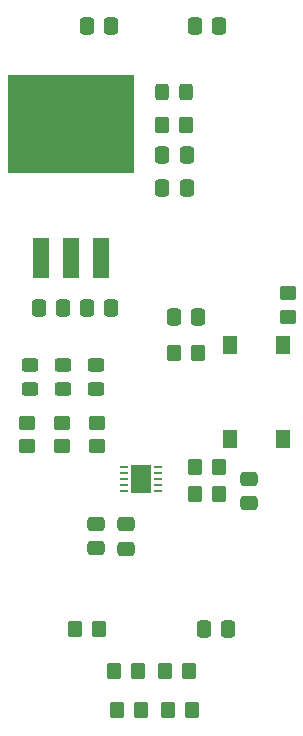
<source format=gbr>
%TF.GenerationSoftware,KiCad,Pcbnew,8.0.0*%
%TF.CreationDate,2025-04-28T20:31:36+05:30*%
%TF.ProjectId,ATA6503_mikrobus,41544136-3530-4335-9f6d-696b726f6275,rev?*%
%TF.SameCoordinates,Original*%
%TF.FileFunction,Paste,Top*%
%TF.FilePolarity,Positive*%
%FSLAX46Y46*%
G04 Gerber Fmt 4.6, Leading zero omitted, Abs format (unit mm)*
G04 Created by KiCad (PCBNEW 8.0.0) date 2025-04-28 20:31:36*
%MOMM*%
%LPD*%
G01*
G04 APERTURE LIST*
G04 Aperture macros list*
%AMRoundRect*
0 Rectangle with rounded corners*
0 $1 Rounding radius*
0 $2 $3 $4 $5 $6 $7 $8 $9 X,Y pos of 4 corners*
0 Add a 4 corners polygon primitive as box body*
4,1,4,$2,$3,$4,$5,$6,$7,$8,$9,$2,$3,0*
0 Add four circle primitives for the rounded corners*
1,1,$1+$1,$2,$3*
1,1,$1+$1,$4,$5*
1,1,$1+$1,$6,$7*
1,1,$1+$1,$8,$9*
0 Add four rect primitives between the rounded corners*
20,1,$1+$1,$2,$3,$4,$5,0*
20,1,$1+$1,$4,$5,$6,$7,0*
20,1,$1+$1,$6,$7,$8,$9,0*
20,1,$1+$1,$8,$9,$2,$3,0*%
G04 Aperture macros list end*
%ADD10RoundRect,0.250000X0.450000X-0.350000X0.450000X0.350000X-0.450000X0.350000X-0.450000X-0.350000X0*%
%ADD11RoundRect,0.250000X-0.450000X0.325000X-0.450000X-0.325000X0.450000X-0.325000X0.450000X0.325000X0*%
%ADD12RoundRect,0.250000X-0.337500X-0.475000X0.337500X-0.475000X0.337500X0.475000X-0.337500X0.475000X0*%
%ADD13RoundRect,0.250000X-0.475000X0.337500X-0.475000X-0.337500X0.475000X-0.337500X0.475000X0.337500X0*%
%ADD14RoundRect,0.250000X-0.450000X0.350000X-0.450000X-0.350000X0.450000X-0.350000X0.450000X0.350000X0*%
%ADD15RoundRect,0.250000X-0.350000X-0.450000X0.350000X-0.450000X0.350000X0.450000X-0.350000X0.450000X0*%
%ADD16RoundRect,0.250000X-0.325000X-0.450000X0.325000X-0.450000X0.325000X0.450000X-0.325000X0.450000X0*%
%ADD17RoundRect,0.250000X0.350000X0.450000X-0.350000X0.450000X-0.350000X-0.450000X0.350000X-0.450000X0*%
%ADD18R,0.711200X0.254000*%
%ADD19R,1.803400X2.387600*%
%ADD20RoundRect,0.250000X0.337500X0.475000X-0.337500X0.475000X-0.337500X-0.475000X0.337500X-0.475000X0*%
%ADD21R,1.397000X3.505200*%
%ADD22R,10.718800X8.407400*%
%ADD23R,1.300000X1.550000*%
G04 APERTURE END LIST*
D10*
%TO.C,R11*%
X114046000Y-95758000D03*
X114046000Y-93758000D03*
%TD*%
D11*
%TO.C,D4*%
X114300000Y-88882000D03*
X114300000Y-90932000D03*
%TD*%
D12*
%TO.C,C10*%
X115019000Y-84074000D03*
X117094000Y-84074000D03*
%TD*%
%TO.C,C1*%
X125476000Y-73914000D03*
X127551000Y-73914000D03*
%TD*%
D13*
%TO.C,C6*%
X119888000Y-102319000D03*
X119888000Y-104394000D03*
%TD*%
D14*
%TO.C,R9*%
X136144000Y-82804000D03*
X136144000Y-84804000D03*
%TD*%
D10*
%TO.C,R12*%
X116996000Y-95758000D03*
X116996000Y-93758000D03*
%TD*%
D12*
%TO.C,C3*%
X128227000Y-60198000D03*
X130302000Y-60198000D03*
%TD*%
D15*
%TO.C,R4*%
X118142000Y-111252000D03*
X120142000Y-111252000D03*
%TD*%
D16*
%TO.C,D3*%
X125458000Y-65786000D03*
X127508000Y-65786000D03*
%TD*%
D12*
%TO.C,C2*%
X125476000Y-71120000D03*
X127551000Y-71120000D03*
%TD*%
%TO.C,C4*%
X119083000Y-60198000D03*
X121158000Y-60198000D03*
%TD*%
D13*
%TO.C,C5*%
X132820500Y-98509000D03*
X132820500Y-100584000D03*
%TD*%
D15*
%TO.C,R8*%
X121444000Y-114808000D03*
X123444000Y-114808000D03*
%TD*%
D17*
%TO.C,R5*%
X128016000Y-118110000D03*
X126016000Y-118110000D03*
%TD*%
D11*
%TO.C,D6*%
X119888000Y-88900000D03*
X119888000Y-90950000D03*
%TD*%
D10*
%TO.C,R13*%
X119946000Y-95758000D03*
X119946000Y-93758000D03*
%TD*%
D17*
%TO.C,R7*%
X127762000Y-114808000D03*
X125762000Y-114808000D03*
%TD*%
D15*
%TO.C,R2*%
X128302000Y-97514500D03*
X130302000Y-97514500D03*
%TD*%
D18*
%TO.C,U1*%
X122250200Y-97551999D03*
X122250200Y-98052001D03*
X122250200Y-98552000D03*
X122250200Y-99051999D03*
X122250200Y-99552001D03*
X125145800Y-99552001D03*
X125145800Y-99051999D03*
X125145800Y-98552000D03*
X125145800Y-98052001D03*
X125145800Y-97551999D03*
D19*
X123698000Y-98552000D03*
%TD*%
D12*
%TO.C,C8*%
X128989000Y-111252000D03*
X131064000Y-111252000D03*
%TD*%
D17*
%TO.C,R6*%
X123698000Y-118110000D03*
X121698000Y-118110000D03*
%TD*%
D20*
%TO.C,C11*%
X121158000Y-84074000D03*
X119083000Y-84074000D03*
%TD*%
D15*
%TO.C,R1*%
X125508000Y-68580000D03*
X127508000Y-68580000D03*
%TD*%
D21*
%TO.C,U2*%
X115189000Y-79794100D03*
X117729000Y-79794100D03*
X120269000Y-79794100D03*
D22*
X117729000Y-68453000D03*
%TD*%
D20*
%TO.C,C9*%
X128524000Y-84836000D03*
X126449000Y-84836000D03*
%TD*%
D15*
%TO.C,R10*%
X126524000Y-87884000D03*
X128524000Y-87884000D03*
%TD*%
D23*
%TO.C,SW1*%
X135689000Y-87175000D03*
X135689000Y-95125000D03*
X131189000Y-87175000D03*
X131189000Y-95125000D03*
%TD*%
D13*
%TO.C,C7*%
X122428000Y-102362000D03*
X122428000Y-104437000D03*
%TD*%
D15*
%TO.C,R3*%
X128302000Y-99800500D03*
X130302000Y-99800500D03*
%TD*%
D11*
%TO.C,D5*%
X117094000Y-88882000D03*
X117094000Y-90932000D03*
%TD*%
M02*

</source>
